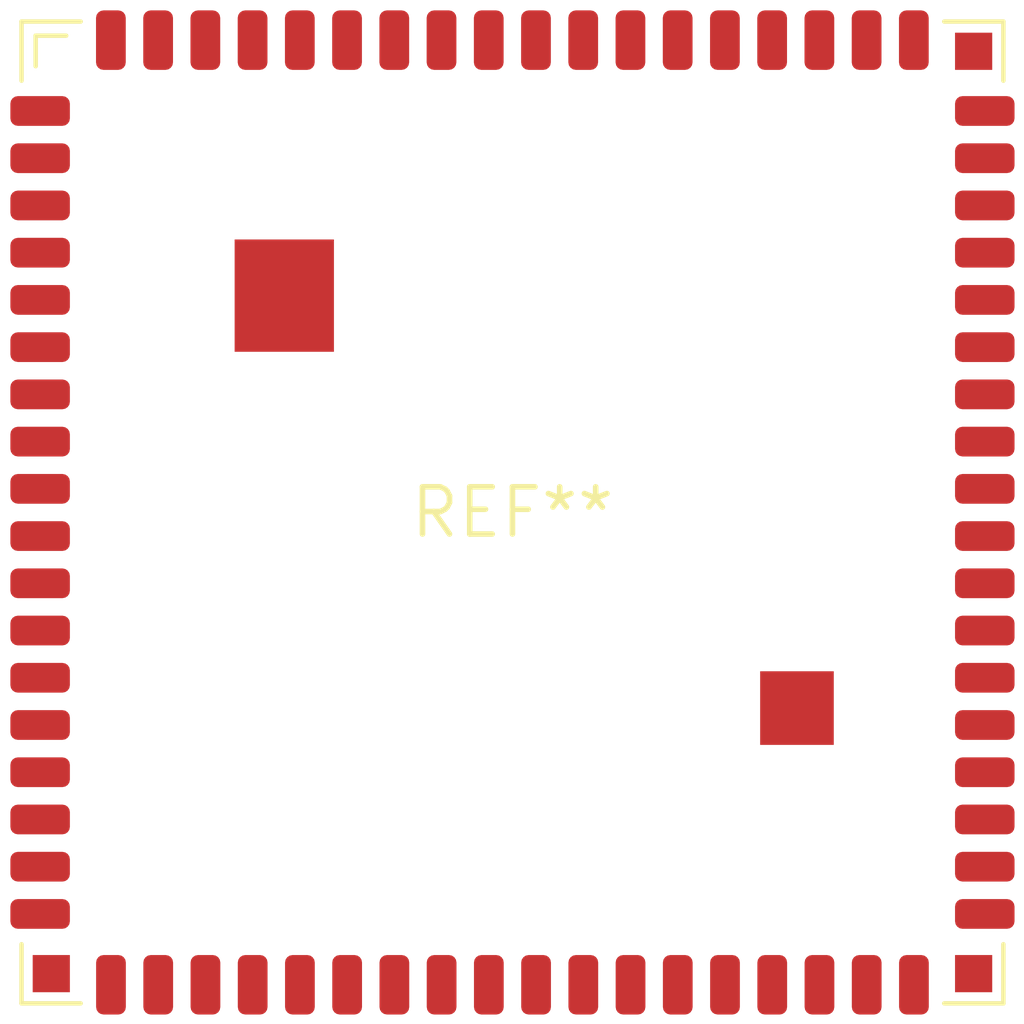
<source format=kicad_pcb>
(kicad_pcb (version 20240108) (generator pcbnew)
  (layers (0 "F.Cu" signal) (31 "B.Cu" signal) (34 "B.Paste" user) (35 "F.Paste" user) (36 "B.SilkS" user "B.Silkscreen") (37 "F.SilkS" user "F.Silkscreen") (38 "B.Mask" user) (39 "F.Mask" user) (44 "Edge.Cuts" user))
  (net 0 "")
  (footprint "Sipeed-M1" (layer "F.Cu") (at 0 0)
    (property "Reference" "REF**")
    (property "Value" "Sipeed-M1")
    (fp_line (start -13.2 -13.2) (end -13.2 -11.61) (layer "F.SilkS") (stroke (width 0.12)))
    (fp_line (start -13.2 13.2) (end -13.2 11.61) (layer "F.SilkS") (stroke (width 0.12)))
    (fp_line (start -12.82 -12.82) (end -12.82 -12) (layer "F.SilkS") (stroke (width 0.12)))
    (fp_line (start -12 -12.82) (end -12.82 -12.82) (layer "F.SilkS") (stroke (width 0.12)))
    (fp_line (start -11.61 -13.2) (end -13.2 -13.2) (layer "F.SilkS") (stroke (width 0.12)))
    (fp_line (start -11.61 13.2) (end -13.2 13.2) (layer "F.SilkS") (stroke (width 0.12)))
    (fp_line (start 11.61 13.2) (end 13.2 13.2) (layer "F.SilkS") (stroke (width 0.12)))
    (fp_line (start 13.2 -13.2) (end 11.61 -13.2) (layer "F.SilkS") (stroke (width 0.12)))
    (fp_line (start 13.2 -11.61) (end 13.2 -13.2) (layer "F.SilkS") (stroke (width 0.12)))
    (fp_line (start 13.2 13.2) (end 13.2 11.61) (layer "F.SilkS") (stroke (width 0.12)))
    (pad "1" smd roundrect (at -12.7 -10.795) (size 1.6 0.8) (layers "F.Cu" "F.Paste" "F.Mask"))
    (pad "2" smd roundrect (at -12.7 -9.525) (size 1.6 0.8) (layers "F.Cu" "F.Paste" "F.Mask"))
    (pad "3" smd roundrect (at -12.7 -8.255) (size 1.6 0.8) (layers "F.Cu" "F.Paste" "F.Mask"))
    (pad "4" smd roundrect (at -12.7 -6.985) (size 1.6 0.8) (layers "F.Cu" "F.Paste" "F.Mask"))
    (pad "5" smd roundrect (at -12.7 -5.715) (size 1.6 0.8) (layers "F.Cu" "F.Paste" "F.Mask"))
    (pad "6" smd roundrect (at -12.7 -4.445) (size 1.6 0.8) (layers "F.Cu" "F.Paste" "F.Mask"))
    (pad "7" smd roundrect (at -12.7 -3.175) (size 1.6 0.8) (layers "F.Cu" "F.Paste" "F.Mask"))
    (pad "8" smd roundrect (at -12.7 -1.905) (size 1.6 0.8) (layers "F.Cu" "F.Paste" "F.Mask"))
    (pad "9" smd roundrect (at -12.7 -0.635) (size 1.6 0.8) (layers "F.Cu" "F.Paste" "F.Mask"))
    (pad "10" smd roundrect (at -12.7 0.635) (size 1.6 0.8) (layers "F.Cu" "F.Paste" "F.Mask"))
    (pad "11" smd roundrect (at -12.7 1.905) (size 1.6 0.8) (layers "F.Cu" "F.Paste" "F.Mask"))
    (pad "12" smd roundrect (at -12.7 3.175) (size 1.6 0.8) (layers "F.Cu" "F.Paste" "F.Mask"))
    (pad "13" smd roundrect (at -12.7 4.445) (size 1.6 0.8) (layers "F.Cu" "F.Paste" "F.Mask"))
    (pad "14" smd roundrect (at -12.7 5.715) (size 1.6 0.8) (layers "F.Cu" "F.Paste" "F.Mask"))
    (pad "15" smd roundrect (at -12.7 6.985) (size 1.6 0.8) (layers "F.Cu" "F.Paste" "F.Mask"))
    (pad "16" smd roundrect (at -12.7 8.255) (size 1.6 0.8) (layers "F.Cu" "F.Paste" "F.Mask"))
    (pad "17" smd roundrect (at -12.7 9.525) (size 1.6 0.8) (layers "F.Cu" "F.Paste" "F.Mask"))
    (pad "18" smd roundrect (at -12.7 10.795) (size 1.6 0.8) (layers "F.Cu" "F.Paste" "F.Mask"))
    (pad "19" smd roundrect (at -10.795 12.7 90) (size 1.6 0.8) (layers "F.Cu" "F.Paste" "F.Mask"))
    (pad "20" smd roundrect (at -9.525 12.7 90) (size 1.6 0.8) (layers "F.Cu" "F.Paste" "F.Mask"))
    (pad "21" smd roundrect (at -8.255 12.7 90) (size 1.6 0.8) (layers "F.Cu" "F.Paste" "F.Mask"))
    (pad "22" smd roundrect (at -6.985 12.7 90) (size 1.6 0.8) (layers "F.Cu" "F.Paste" "F.Mask"))
    (pad "23" smd roundrect (at -5.715 12.7 90) (size 1.6 0.8) (layers "F.Cu" "F.Paste" "F.Mask"))
    (pad "24" smd roundrect (at -4.445 12.7 90) (size 1.6 0.8) (layers "F.Cu" "F.Paste" "F.Mask"))
    (pad "25" smd roundrect (at -3.175 12.7 90) (size 1.6 0.8) (layers "F.Cu" "F.Paste" "F.Mask"))
    (pad "26" smd roundrect (at -1.905 12.7 90) (size 1.6 0.8) (layers "F.Cu" "F.Paste" "F.Mask"))
    (pad "27" smd roundrect (at -0.635 12.7 90) (size 1.6 0.8) (layers "F.Cu" "F.Paste" "F.Mask"))
    (pad "28" smd roundrect (at 0.635 12.7 90) (size 1.6 0.8) (layers "F.Cu" "F.Paste" "F.Mask"))
    (pad "29" smd roundrect (at 1.905 12.7 90) (size 1.6 0.8) (layers "F.Cu" "F.Paste" "F.Mask"))
    (pad "30" smd roundrect (at 3.175 12.7 90) (size 1.6 0.8) (layers "F.Cu" "F.Paste" "F.Mask"))
    (pad "31" smd roundrect (at 4.445 12.7 90) (size 1.6 0.8) (layers "F.Cu" "F.Paste" "F.Mask"))
    (pad "32" smd roundrect (at 5.715 12.7 90) (size 1.6 0.8) (layers "F.Cu" "F.Paste" "F.Mask"))
    (pad "33" smd roundrect (at 6.985 12.7 90) (size 1.6 0.8) (layers "F.Cu" "F.Paste" "F.Mask"))
    (pad "34" smd roundrect (at 8.255 12.7 90) (size 1.6 0.8) (layers "F.Cu" "F.Paste" "F.Mask"))
    (pad "35" smd roundrect (at 9.525 12.7 90) (size 1.6 0.8) (layers "F.Cu" "F.Paste" "F.Mask"))
    (pad "36" smd roundrect (at 10.795 12.7 90) (size 1.6 0.8) (layers "F.Cu" "F.Paste" "F.Mask"))
    (pad "37" smd roundrect (at 12.7 10.795 180) (size 1.6 0.8) (layers "F.Cu" "F.Paste" "F.Mask"))
    (pad "38" smd roundrect (at 12.7 9.525 180) (size 1.6 0.8) (layers "F.Cu" "F.Paste" "F.Mask"))
    (pad "39" smd roundrect (at 12.7 8.255 180) (size 1.6 0.8) (layers "F.Cu" "F.Paste" "F.Mask"))
    (pad "40" smd roundrect (at 12.7 6.985 180) (size 1.6 0.8) (layers "F.Cu" "F.Paste" "F.Mask"))
    (pad "41" smd roundrect (at 12.7 5.715 180) (size 1.6 0.8) (layers "F.Cu" "F.Paste" "F.Mask"))
    (pad "42" smd roundrect (at 12.7 4.445 180) (size 1.6 0.8) (layers "F.Cu" "F.Paste" "F.Mask"))
    (pad "43" smd roundrect (at 12.7 3.175 180) (size 1.6 0.8) (layers "F.Cu" "F.Paste" "F.Mask"))
    (pad "44" smd roundrect (at 12.7 1.905 180) (size 1.6 0.8) (layers "F.Cu" "F.Paste" "F.Mask"))
    (pad "45" smd roundrect (at 12.7 0.635 180) (size 1.6 0.8) (layers "F.Cu" "F.Paste" "F.Mask"))
    (pad "46" smd roundrect (at 12.7 -0.635 180) (size 1.6 0.8) (layers "F.Cu" "F.Paste" "F.Mask"))
    (pad "47" smd roundrect (at 12.7 -1.905 180) (size 1.6 0.8) (layers "F.Cu" "F.Paste" "F.Mask"))
    (pad "48" smd roundrect (at 12.7 -3.175 180) (size 1.6 0.8) (layers "F.Cu" "F.Paste" "F.Mask"))
    (pad "49" smd roundrect (at 12.7 -4.445 180) (size 1.6 0.8) (layers "F.Cu" "F.Paste" "F.Mask"))
    (pad "50" smd roundrect (at 12.7 -5.715 180) (size 1.6 0.8) (layers "F.Cu" "F.Paste" "F.Mask"))
    (pad "51" smd roundrect (at 12.7 -6.985 180) (size 1.6 0.8) (layers "F.Cu" "F.Paste" "F.Mask"))
    (pad "52" smd roundrect (at 12.7 -8.255 180) (size 1.6 0.8) (layers "F.Cu" "F.Paste" "F.Mask"))
    (pad "53" smd roundrect (at 12.7 -9.525 180) (size 1.6 0.8) (layers "F.Cu" "F.Paste" "F.Mask"))
    (pad "54" smd roundrect (at 12.7 -10.795 180) (size 1.6 0.8) (layers "F.Cu" "F.Paste" "F.Mask"))
    (pad "55" smd roundrect (at 10.7925 -12.7 270) (size 1.6 0.8) (layers "F.Cu" "F.Paste" "F.Mask"))
    (pad "56" smd roundrect (at 9.5225 -12.7 270) (size 1.6 0.8) (layers "F.Cu" "F.Paste" "F.Mask"))
    (pad "57" smd roundrect (at 8.2525 -12.7 270) (size 1.6 0.8) (layers "F.Cu" "F.Paste" "F.Mask"))
    (pad "58" smd roundrect (at 6.9825 -12.7 270) (size 1.6 0.8) (layers "F.Cu" "F.Paste" "F.Mask"))
    (pad "59" smd roundrect (at 5.7125 -12.7 270) (size 1.6 0.8) (layers "F.Cu" "F.Paste" "F.Mask"))
    (pad "60" smd roundrect (at 4.4425 -12.7 270) (size 1.6 0.8) (layers "F.Cu" "F.Paste" "F.Mask"))
    (pad "61" smd roundrect (at 3.1725 -12.7 270) (size 1.6 0.8) (layers "F.Cu" "F.Paste" "F.Mask"))
    (pad "62" smd roundrect (at 1.9025 -12.7 270) (size 1.6 0.8) (layers "F.Cu" "F.Paste" "F.Mask"))
    (pad "63" smd roundrect (at 0.6325 -12.7 270) (size 1.6 0.8) (layers "F.Cu" "F.Paste" "F.Mask"))
    (pad "64" smd roundrect (at -0.6375 -12.7 270) (size 1.6 0.8) (layers "F.Cu" "F.Paste" "F.Mask"))
    (pad "65" smd roundrect (at -1.9075 -12.7 270) (size 1.6 0.8) (layers "F.Cu" "F.Paste" "F.Mask"))
    (pad "66" smd roundrect (at -3.1775 -12.7 270) (size 1.6 0.8) (layers "F.Cu" "F.Paste" "F.Mask"))
    (pad "67" smd roundrect (at -4.4475 -12.7 270) (size 1.6 0.8) (layers "F.Cu" "F.Paste" "F.Mask"))
    (pad "68" smd roundrect (at -5.7175 -12.7 270) (size 1.6 0.8) (layers "F.Cu" "F.Paste" "F.Mask"))
    (pad "69" smd roundrect (at -6.9875 -12.7 270) (size 1.6 0.8) (layers "F.Cu" "F.Paste" "F.Mask"))
    (pad "70" smd roundrect (at -8.2575 -12.7 270) (size 1.6 0.8) (layers "F.Cu" "F.Paste" "F.Mask"))
    (pad "71" smd roundrect (at -9.5275 -12.7 270) (size 1.6 0.8) (layers "F.Cu" "F.Paste" "F.Mask"))
    (pad "72" smd roundrect (at -10.7975 -12.7 270) (size 1.6 0.8) (layers "F.Cu" "F.Paste" "F.Mask"))
    (pad "73" smd rect (at -6.135 -5.83) (size 2.67 3.02) (layers "F.Cu" "F.Mask"))
    (pad "74" smd rect (at 7.65 5.26) (size 1.98 1.98) (layers "F.Cu" "F.Mask"))
    (pad "75" smd rect (at 12.4 12.4 90) (size 1 1) (layers "F.Cu" "F.Paste" "F.Mask"))
    (pad "76" smd rect (at 12.4 -12.4 90) (size 1 1) (layers "F.Cu" "F.Paste" "F.Mask"))
    (pad "77" smd rect (at -12.4 12.4 90) (size 1 1) (layers "F.Cu" "F.Paste" "F.Mask"))
  )
)
</source>
